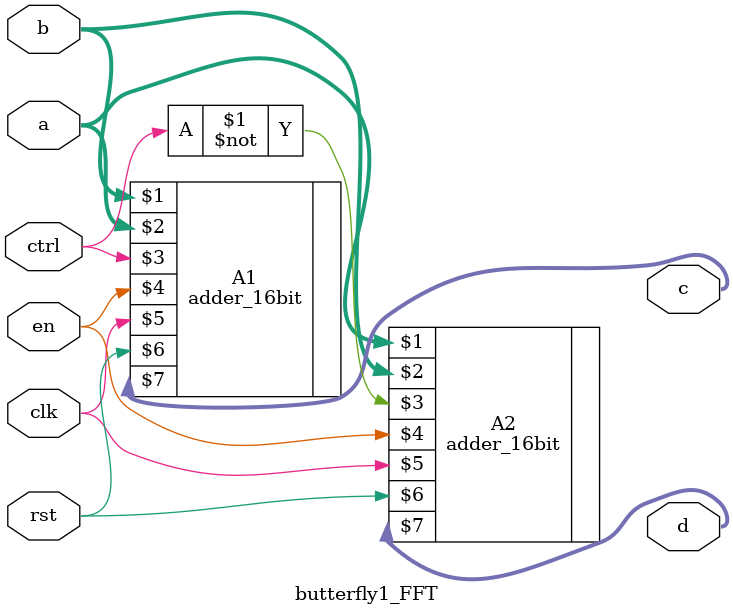
<source format=v>
`timescale 1ns / 1ps
module butterfly1_FFT(
    input [15:0] a,b,
	 input en,clk,rst,ctrl,
    output [15:0] c,d
    );
	adder_16bit A1(b,a,ctrl,en,clk,rst,c);
	adder_16bit A2(a,b,~ctrl,en,clk,rst,d);
endmodule

</source>
